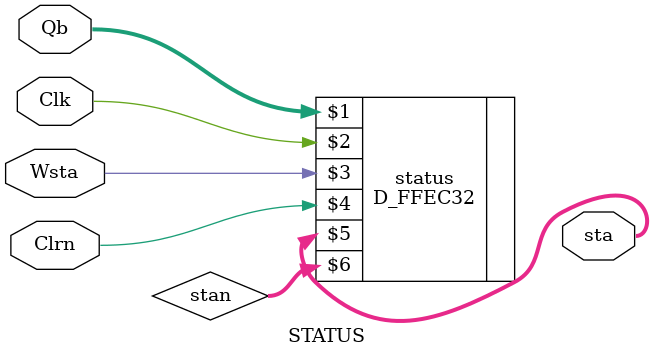
<source format=v>
`timescale 1ns / 1ps


module STATUS(
    input[31:0] Qb,
    input Clk,
    input Wsta,
    input Clrn,
    output[31:0] sta
);
    wire[31:0] stan;
    D_FFEC32 status(Qb,Clk,Wsta,Clrn,sta,stan);
endmodule

</source>
